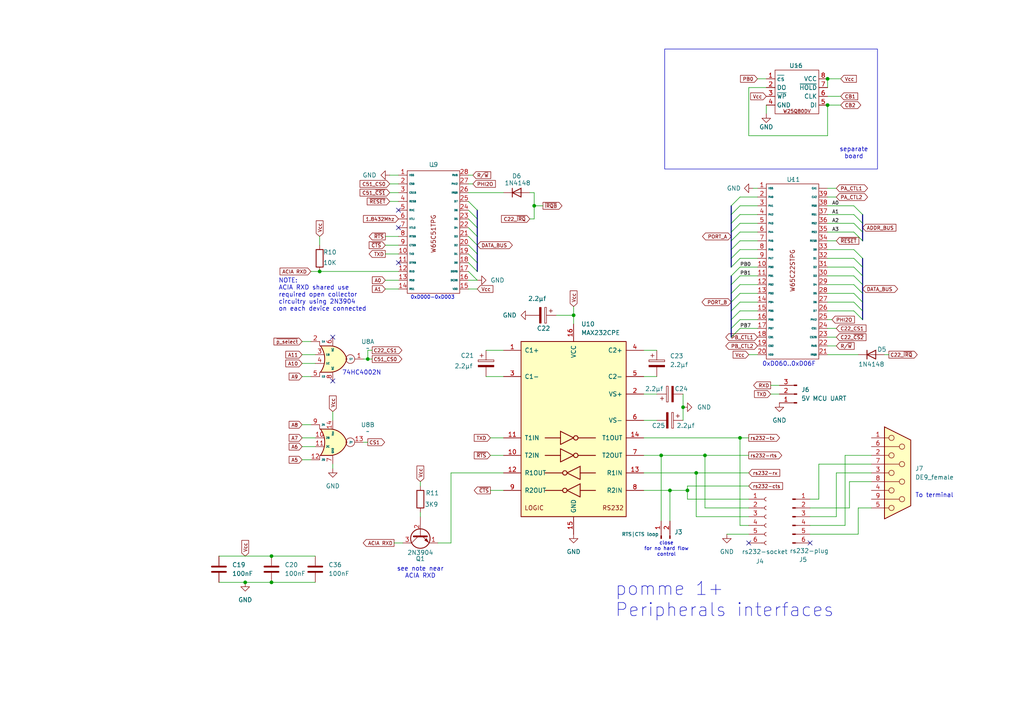
<source format=kicad_sch>
(kicad_sch (version 20231120) (generator "eeschema") (generator_version "8.0")
  (paper "A4")
  (lib_symbols
    (symbol "Connector:Conn_01x02_Pin" (pin_names (offset 1.016) hide)
      (property "Reference" "J" (at 0 2.54 0))
      (property "Value" "Conn_01x02_Pin" (at 0 -5.08 0))
      (symbol "Conn_01x02_Pin_1_1"
        (pin passive line (at 5.08 0 180) (length 3.81) (name "Pin_1") (number "1"))
        (pin passive line (at 5.08 -2.54 180) (length 3.81) (name "Pin_2") (number "2"))
      )
    )
    (symbol "Connector:Conn_01x03_Pin" (pin_names (offset 1.016) hide)
      (property "Reference" "J" (at 0 5.08 0))
      (property "Value" "Conn_01x03_Pin" (at 0 -5.08 0))
      (symbol "Conn_01x03_Pin_1_1"
        (pin passive line (at 5.08 2.54 180) (length 3.81) (name "Pin_1") (number "1"))
        (pin passive line (at 5.08 0 180) (length 3.81) (name "Pin_2") (number "2"))
        (pin passive line (at 5.08 -2.54 180) (length 3.81) (name "Pin_3") (number "3"))
      )
    )
    (symbol "Connector:Conn_01x06_Pin" (pin_names (offset 1.016) hide)
      (property "Reference" "J" (at 0 7.62 0))
      (property "Value" "Conn_01x06_Pin" (at 0 -10.16 0))
      (symbol "Conn_01x06_Pin_1_1"
        (pin passive line (at 5.08 5.08 180) (length 3.81) (name "Pin_1") (number "1"))
        (pin passive line (at 5.08 2.54 180) (length 3.81) (name "Pin_2") (number "2"))
        (pin passive line (at 5.08 0 180) (length 3.81) (name "Pin_3") (number "3"))
        (pin passive line (at 5.08 -2.54 180) (length 3.81) (name "Pin_4") (number "4"))
        (pin passive line (at 5.08 -5.08 180) (length 3.81) (name "Pin_5") (number "5"))
        (pin passive line (at 5.08 -7.62 180) (length 3.81) (name "Pin_6") (number "6"))
      )
    )
    (symbol "Connector:Conn_01x06_Socket" (pin_names (offset 1.016) hide)
      (property "Reference" "J" (at 0 7.62 0))
      (property "Value" "Conn_01x06_Socket" (at 0 -10.16 0))
      (symbol "Conn_01x06_Socket_1_1"
        (pin passive line (at -5.08 5.08 0) (length 3.81) (name "Pin_1") (number "1"))
        (pin passive line (at -5.08 2.54 0) (length 3.81) (name "Pin_2") (number "2"))
        (pin passive line (at -5.08 0 0) (length 3.81) (name "Pin_3") (number "3"))
        (pin passive line (at -5.08 -2.54 0) (length 3.81) (name "Pin_4") (number "4"))
        (pin passive line (at -5.08 -5.08 0) (length 3.81) (name "Pin_5") (number "5"))
        (pin passive line (at -5.08 -7.62 0) (length 3.81) (name "Pin_6") (number "6"))
      )
    )
    (symbol "Connector:DE9_Receptacle" (pin_names (offset 1.016) hide)
      (property "Reference" "J" (at 0 13.97 0))
      (property "Value" "DE9_Receptacle" (at 0 -14.605 0))
      (symbol "DE9_Receptacle_1_1"
        (pin passive line (at -7.62 10.16 0) (length 3.81) (name "1") (number "1"))
        (pin passive line (at -7.62 5.08 0) (length 3.81) (name "2") (number "2"))
        (pin passive line (at -7.62 0 0) (length 3.81) (name "3") (number "3"))
        (pin passive line (at -7.62 -5.08 0) (length 3.81) (name "4") (number "4"))
        (pin passive line (at -7.62 -10.16 0) (length 3.81) (name "5") (number "5"))
        (pin passive line (at -7.62 7.62 0) (length 3.81) (name "6") (number "6"))
        (pin passive line (at -7.62 2.54 0) (length 3.81) (name "7") (number "7"))
        (pin passive line (at -7.62 -2.54 0) (length 3.81) (name "8") (number "8"))
        (pin passive line (at -7.62 -7.62 0) (length 3.81) (name "9") (number "9"))
      )
    )
    (symbol "Device:C" (pin_numbers hide) (pin_names (offset 0.254))
      (property "Reference" "C" (at 0.635 2.54 0))
      (property "Value" "C" (at 0.635 -2.54 0))
      (symbol "C_1_1"
        (pin passive line (at 0 3.81 270) (length 2.794) (name "~") (number "1"))
        (pin passive line (at 0 -3.81 90) (length 2.794) (name "~") (number "2"))
      )
    )
    (symbol "Device:C_Polarized" (pin_numbers hide) (pin_names (offset 0.254))
      (property "Reference" "C" (at 0.635 2.54 0))
      (property "Value" "C_Polarized" (at 0.635 -2.54 0))
      (symbol "C_Polarized_1_1"
        (pin passive line (at 0 3.81 270) (length 2.794) (name "~") (number "1"))
        (pin passive line (at 0 -3.81 90) (length 2.794) (name "~") (number "2"))
      )
    )
    (symbol "Device:R" (pin_numbers hide) (pin_names (offset 0))
      (property "Reference" "R" (at 2.032 0 90))
      (property "Value" "R" (at 0 0 90))
      (symbol "R_1_1"
        (pin passive line (at 0 3.81 270) (length 1.27) (name "~") (number "1"))
        (pin passive line (at 0 -3.81 90) (length 1.27) (name "~") (number "2"))
      )
    )
    (symbol "Diode:1N4148" (pin_numbers hide) (pin_names hide)
      (property "Reference" "D" (at 0 2.54 0))
      (property "Value" "1N4148" (at 0 -2.54 0))
      (symbol "1N4148_1_1"
        (pin passive line (at -3.81 0 0) (length 2.54) (name "K") (number "1"))
        (pin passive line (at 3.81 0 180) (length 2.54) (name "A") (number "2"))
      )
    )
    (symbol "Interface_UART:MAX232" (pin_names (offset 1.016))
      (property "Reference" "U" (at -2.54 28.575 0))
      (property "Value" "MAX232" (at -2.54 26.67 0))
      (symbol "MAX232_0_0"
        (text "LOGIC" (at -11.43 -22.86 0) (effects (font (size 1.27 1.27))))
        (text "RS232" (at 11.43 -22.86 0) (effects (font (size 1.27 1.27))))
      )
      (symbol "MAX232_1_1"
        (pin passive line (at -20.32 22.86 0) (length 5.08) (name "C1+") (number "1"))
        (pin input line (at -20.32 -7.62 0) (length 5.08) (name "T2IN") (number "10"))
        (pin input line (at -20.32 -2.54 0) (length 5.08) (name "T1IN") (number "11"))
        (pin output line (at -20.32 -12.7 0) (length 5.08) (name "R1OUT") (number "12"))
        (pin input line (at 20.32 -12.7 180) (length 5.08) (name "R1IN") (number "13"))
        (pin output line (at 20.32 -2.54 180) (length 5.08) (name "T1OUT") (number "14"))
        (pin power_in line (at 0 -30.48 90) (length 5.08) (name "GND") (number "15"))
        (pin power_in line (at 0 30.48 270) (length 5.08) (name "VCC") (number "16"))
        (pin power_out line (at 20.32 10.16 180) (length 5.08) (name "VS+") (number "2"))
        (pin passive line (at -20.32 15.24 0) (length 5.08) (name "C1-") (number "3"))
        (pin passive line (at 20.32 22.86 180) (length 5.08) (name "C2+") (number "4"))
        (pin passive line (at 20.32 15.24 180) (length 5.08) (name "C2-") (number "5"))
        (pin power_out line (at 20.32 2.54 180) (length 5.08) (name "VS-") (number "6"))
        (pin output line (at 20.32 -7.62 180) (length 5.08) (name "T2OUT") (number "7"))
        (pin input line (at 20.32 -17.78 180) (length 5.08) (name "R2IN") (number "8"))
        (pin output line (at -20.32 -17.78 0) (length 5.08) (name "R2OUT") (number "9"))
      )
    )
    (symbol "Transistor_BJT:2N3904" (pin_names (offset 0) hide)
      (property "Reference" "Q" (at 5.08 1.905 0))
      (property "Value" "2N3904" (at 5.08 0 0))
      (symbol "2N3904_1_1"
        (pin passive line (at 2.54 -5.08 90) (length 2.54) (name "E") (number "1"))
        (pin passive line (at -5.08 0 0) (length 5.715) (name "B") (number "2"))
        (pin passive line (at 2.54 5.08 270) (length 2.54) (name "C") (number "3"))
      )
    )
    (symbol "W25Q80DV:W25Q80DV"
      (property "Reference" "U" (at -0.508 7.62 0))
      (symbol "W25Q80DV_1_1"
        (text "W25Q80DV" (at 0 -5.588 0) (effects (font (size 1.016 1.016))))
        (pin input line (at -8.89 3.81 0) (length 2.54) (name "~{cs}") (number "1"))
        (pin output line (at -8.89 1.27 0) (length 2.54) (name "DO") (number "2"))
        (pin input line (at -8.89 -1.27 0) (length 2.54) (name "~{WP}") (number "3"))
        (pin passive line (at -8.89 -3.81 0) (length 2.54) (name "GND") (number "4"))
        (pin input line (at 8.89 -3.81 180) (length 2.54) (name "DI") (number "5"))
        (pin input line (at 8.89 -1.27 180) (length 2.54) (name "CLK") (number "6"))
        (pin bidirectional line (at 8.89 1.27 180) (length 2.54) (name "~{HOLD}") (number "7"))
        (pin power_in line (at 8.89 3.81 180) (length 2.54) (name "VCC") (number "8"))
      )
    )
    (symbol "W65Cxx:W65C22STPG"
      (property "Reference" "U" (at -1.016 26.924 0))
      (symbol "W65C22STPG_1_1"
        (text "W65C22STPG" (at 0 0.254 900) (effects (font (size 1.27 1.27))))
        (pin input line (at 10.16 24.13 180) (length 2.54) (name "CA1") (number ""))
        (pin power_in line (at -10.16 24.13 0) (length 2.54) (name "VSS") (number "1"))
        (pin bidirectional line (at -10.16 1.27 0) (length 2.54) (name "PB0") (number "10"))
        (pin bidirectional line (at -10.16 -1.27 0) (length 2.54) (name "PB1") (number "11"))
        (pin bidirectional line (at -10.16 -3.81 0) (length 2.54) (name "PB2") (number "12"))
        (pin bidirectional line (at -10.16 -6.35 0) (length 2.54) (name "PB3") (number "13"))
        (pin bidirectional line (at -10.16 -8.89 0) (length 2.54) (name "PB4") (number "14"))
        (pin bidirectional line (at -10.16 -11.43 0) (length 2.54) (name "PB5") (number "15"))
        (pin bidirectional line (at -10.16 -13.97 0) (length 2.54) (name "PB6") (number "16"))
        (pin bidirectional line (at -10.16 -16.51 0) (length 2.54) (name "PB7") (number "17"))
        (pin bidirectional line (at -10.16 -19.05 0) (length 2.54) (name "CB1") (number "18"))
        (pin bidirectional line (at -10.16 -21.59 0) (length 2.54) (name "CB2") (number "19"))
        (pin bidirectional line (at -10.16 21.59 0) (length 2.54) (name "PA0") (number "2"))
        (pin power_in line (at -10.16 -24.13 0) (length 2.54) (name "VDD") (number "20"))
        (pin output line (at 10.16 -24.13 180) (length 2.54) (name "IRQB") (number "21"))
        (pin input line (at 10.16 -21.59 180) (length 2.54) (name "RWB") (number "22"))
        (pin input line (at 10.16 -19.05 180) (length 2.54) (name "CS2B") (number "23"))
        (pin input line (at 10.16 -16.51 180) (length 2.54) (name "CS1") (number "24"))
        (pin input line (at 10.16 -13.97 180) (length 2.54) (name "PHI2") (number "25"))
        (pin bidirectional line (at 10.16 -11.43 180) (length 2.54) (name "D7") (number "26"))
        (pin bidirectional line (at 10.16 -8.89 180) (length 2.54) (name "D6") (number "27"))
        (pin bidirectional line (at 10.16 -6.35 180) (length 2.54) (name "D5") (number "28"))
        (pin bidirectional line (at 10.16 -3.81 180) (length 2.54) (name "D4") (number "29"))
        (pin bidirectional line (at -10.16 19.05 0) (length 2.54) (name "PA1") (number "3"))
        (pin bidirectional line (at 10.16 -1.27 180) (length 2.54) (name "D3") (number "30"))
        (pin bidirectional line (at 10.16 1.27 180) (length 2.54) (name "D2") (number "31"))
        (pin bidirectional line (at 10.16 3.81 180) (length 2.54) (name "D1") (number "32"))
        (pin bidirectional line (at 10.16 6.35 180) (length 2.54) (name "D0") (number "33"))
        (pin input line (at 10.16 8.89 180) (length 2.54) (name "RESB") (number "34"))
        (pin input line (at 10.16 11.43 180) (length 2.54) (name "RS3") (number "35"))
        (pin input line (at 10.16 13.97 180) (length 2.54) (name "RS2") (number "36"))
        (pin input line (at 10.16 16.51 180) (length 2.54) (name "RS1") (number "37"))
        (pin input line (at 10.16 19.05 180) (length 2.54) (name "RS0") (number "38"))
        (pin bidirectional line (at 10.16 21.59 180) (length 2.54) (name "CA2") (number "39"))
        (pin bidirectional line (at -10.16 16.51 0) (length 2.54) (name "PA2") (number "4"))
        (pin bidirectional line (at -10.16 13.97 0) (length 2.54) (name "PA3") (number "5"))
        (pin bidirectional line (at -10.16 11.43 0) (length 2.54) (name "PA4") (number "6"))
        (pin bidirectional line (at -10.16 8.89 0) (length 2.54) (name "PA5") (number "7"))
        (pin bidirectional line (at -10.16 6.35 0) (length 2.54) (name "PA6") (number "8"))
        (pin bidirectional line (at -10.16 3.81 0) (length 2.54) (name "PA7") (number "9"))
      )
    )
    (symbol "W65Cxx:W65C51STPG"
      (property "Reference" "U" (at -1.27 18.796 0))
      (symbol "W65C51STPG_1_1"
        (text "W65C51TPG" (at 0 -0.508 900) (effects (font (size 1.27 1.27))))
        (pin power_in line (at -10.16 16.51 0) (length 2.54) (name "VSS") (number "1"))
        (pin output line (at -10.16 -6.35 0) (length 2.54) (name "TXD") (number "10"))
        (pin output line (at -10.16 -8.89 0) (length 2.54) (name "DTRB") (number "11"))
        (pin input line (at -10.16 -11.43 0) (length 2.54) (name "RXD") (number "12"))
        (pin input line (at -10.16 -13.97 0) (length 2.54) (name "RS0") (number "13"))
        (pin input line (at -10.16 -16.51 0) (length 2.54) (name "RS1") (number "14"))
        (pin power_in line (at 10.16 -16.51 180) (length 2.54) (name "VDD") (number "15"))
        (pin input line (at 10.16 -13.97 180) (length 2.54) (name "DCDB") (number "16"))
        (pin input line (at 10.16 -11.43 180) (length 2.54) (name "DSRB") (number "17"))
        (pin bidirectional line (at 10.16 -8.89 180) (length 2.54) (name "D0") (number "18"))
        (pin bidirectional line (at 10.16 -6.35 180) (length 2.54) (name "D1") (number "19"))
        (pin input line (at -10.16 13.97 0) (length 2.54) (name "CS0") (number "2"))
        (pin bidirectional line (at 10.16 -3.81 180) (length 2.54) (name "D2") (number "20"))
        (pin bidirectional line (at 10.16 -1.27 180) (length 2.54) (name "D3") (number "21"))
        (pin bidirectional line (at 10.16 1.27 180) (length 2.54) (name "D4") (number "22"))
        (pin bidirectional line (at 10.16 3.81 180) (length 2.54) (name "D5") (number "23"))
        (pin bidirectional line (at 10.16 6.35 180) (length 2.54) (name "D6") (number "24"))
        (pin bidirectional line (at 10.16 8.89 180) (length 2.54) (name "D7") (number "25"))
        (pin output line (at 10.16 11.43 180) (length 2.54) (name "IRQB") (number "26"))
        (pin input line (at 10.16 13.97 180) (length 2.54) (name "PHI2") (number "27"))
        (pin input line (at 10.16 16.51 180) (length 2.54) (name "RWB") (number "28"))
        (pin input line (at -10.16 11.43 0) (length 2.54) (name "CS1B") (number "3"))
        (pin input line (at -10.16 8.89 0) (length 2.54) (name "RESB") (number "4"))
        (pin bidirectional line (at -10.16 6.35 0) (length 2.54) (name "RXC") (number "5"))
        (pin input line (at -10.16 3.81 0) (length 2.54) (name "XTLI") (number "6"))
        (pin output line (at -10.16 1.27 0) (length 2.54) (name "XTLO") (number "7"))
        (pin output line (at -10.16 -1.27 0) (length 2.54) (name "RTSB") (number "8"))
        (pin input line (at -10.16 -3.81 0) (length 2.54) (name "CTSB") (number "9"))
      )
    )
    (symbol "logic_gate:CD74HC4002"
      (property "Reference" "U" (at -0.762 7.62 0))
      (symbol "CD74HC4002_1_1"
        (pin output line (at 8.89 7.62 180) (length 2.54) (name "1Y") (number "1"))
        (pin input line (at -6.35 12.7 0) (length 2.54) (name "1A") (number "2"))
        (pin input line (at -5.08 8.89 0) (length 2.54) (name "1B") (number "3"))
        (pin input line (at -5.08 6.35 0) (length 2.54) (name "1C") (number "4"))
        (pin input line (at -6.35 2.54 0) (length 2.54) (name "1D") (number "5"))
        (pin free line (at 0 13.97 270) (length 2.54) (name "NC") (number "6"))
        (pin free line (at 0 1.27 90) (length 2.54) (name "NC") (number "8"))
      )
      (symbol "CD74HC4002_2_1"
        (pin input line (at -5.08 -10.16 0) (length 2.54) (name "2B") (number "10"))
        (pin input line (at -5.08 -12.7 0) (length 2.54) (name "2C") (number "11"))
        (pin input line (at -6.35 -16.51 0) (length 2.54) (name "2D") (number "12"))
        (pin output line (at 8.89 -11.43 180) (length 2.54) (name "2Y") (number "13"))
        (pin power_in line (at 0 -5.08 270) (length 2.54) (name "Vcc") (number "14"))
        (pin power_in line (at 0 -17.78 90) (length 2.54) (name "GND") (number "7"))
        (pin input line (at -6.35 -6.35 0) (length 2.54) (name "2A") (number "9"))
      )
    )
    (symbol "power:GND" (power) (pin_numbers hide) (pin_names (offset 0) hide)
      (property "Value" "GND" (at 0 -3.81 0))
      (symbol "GND_1_1"
        (pin power_in line (at 0 0 270) (length 0) (name "~") (number "1"))
      )
    )
  )
  (junction (at 78.74 168.91))
  (junction (at 194.31 142.24))
  (junction (at 201.93 137.16))
  (junction (at 191.77 132.08))
  (junction (at 154.94 59.69))
  (junction (at 199.39 142.24))
  (junction (at 204.47 132.08))
  (junction (at 240.03 22.86))
  (junction (at 214.63 127))
  (junction (at 92.71 78.74))
  (junction (at 166.37 91.44))
  (junction (at 198.12 118.11))
  (junction (at 71.12 168.91))
  (junction (at 240.03 30.48))
  (junction (at 106.68 104.14))
  (junction (at 78.74 161.29))
  (no_connect (at 234.95 157.48))
  (no_connect (at 115.57 76.2))
  (no_connect (at 96.52 110.49))
  (no_connect (at 96.52 97.79))
  (no_connect (at 115.57 66.04))
  (no_connect (at 115.57 60.96))
  (no_connect (at 217.17 157.48))
  (bus_entry (at 247.65 62.23) (size 2.54 2.54))
  (bus_entry (at 135.89 68.58) (size 2.54 2.54))
  (bus_entry (at 212.09 82.55) (size 2.54 -2.54))
  (bus_entry (at 212.09 59.69) (size 2.54 -2.54))
  (bus_entry (at 135.89 63.5) (size 2.54 2.54))
  (bus_entry (at 212.09 80.01) (size 2.54 -2.54))
  (bus_entry (at 212.09 74.93) (size 2.54 -2.54))
  (bus_entry (at 135.89 78.74) (size 2.54 2.54))
  (bus_entry (at 247.65 77.47) (size 2.54 2.54))
  (bus_entry (at 212.09 97.79) (size 2.54 -2.54))
  (bus_entry (at 135.89 76.2) (size 2.54 2.54))
  (bus_entry (at 212.09 69.85) (size 2.54 -2.54))
  (bus_entry (at 135.89 73.66) (size 2.54 2.54))
  (bus_entry (at 135.89 60.96) (size 2.54 2.54))
  (bus_entry (at 247.65 85.09) (size 2.54 2.54))
  (bus_entry (at 212.09 62.23) (size 2.54 -2.54))
  (bus_entry (at 135.89 58.42) (size 2.54 2.54))
  (bus_entry (at 247.65 67.31) (size 2.54 2.54))
  (bus_entry (at 247.65 74.93) (size 2.54 2.54))
  (bus_entry (at 212.09 95.25) (size 2.54 -2.54))
  (bus_entry (at 212.09 90.17) (size 2.54 -2.54))
  (bus_entry (at 247.65 59.69) (size 2.54 2.54))
  (bus_entry (at 247.65 82.55) (size 2.54 2.54))
  (bus_entry (at 135.89 66.04) (size 2.54 2.54))
  (bus_entry (at 135.89 71.12) (size 2.54 2.54))
  (bus_entry (at 247.65 87.63) (size 2.54 2.54))
  (bus_entry (at 212.09 64.77) (size 2.54 -2.54))
  (bus_entry (at 247.65 90.17) (size 2.54 2.54))
  (bus_entry (at 212.09 87.63) (size 2.54 -2.54))
  (bus_entry (at 247.65 72.39) (size 2.54 2.54))
  (bus_entry (at 212.09 77.47) (size 2.54 -2.54))
  (bus_entry (at 212.09 72.39) (size 2.54 -2.54))
  (bus_entry (at 212.09 85.09) (size 2.54 -2.54))
  (bus_entry (at 247.65 64.77) (size 2.54 2.54))
  (bus_entry (at 212.09 92.71) (size 2.54 -2.54))
  (bus_entry (at 247.65 80.01) (size 2.54 2.54))
  (bus_entry (at 212.09 67.31) (size 2.54 -2.54))
  (wire (pts (xy 63.5 161.29) (xy 78.74 161.29)))
  (wire (pts (xy 214.63 72.39) (xy 219.71 72.39)))
  (wire (pts (xy 186.69 121.92) (xy 190.5 121.92)))
  (wire (pts (xy 217.17 152.4) (xy 214.63 152.4)))
  (wire (pts (xy 114.3 157.48) (xy 116.84 157.48)))
  (wire (pts (xy 130.81 137.16) (xy 146.05 137.16)))
  (wire (pts (xy 113.03 58.42) (xy 115.57 58.42)))
  (wire (pts (xy 87.63 99.06) (xy 90.17 99.06)))
  (wire (pts (xy 240.03 22.86) (xy 240.03 25.4)))
  (wire (pts (xy 154.94 59.69) (xy 157.48 59.69)))
  (wire (pts (xy 214.63 67.31) (xy 219.71 67.31)))
  (wire (pts (xy 194.31 142.24) (xy 199.39 142.24)))
  (bus (pts (xy 250.19 77.47) (xy 250.19 80.01)))
  (bus (pts (xy 212.09 74.93) (xy 212.09 77.47)))
  (wire (pts (xy 240.03 92.71) (xy 241.3 92.71)))
  (bus (pts (xy 250.19 74.93) (xy 250.19 77.47)))
  (wire (pts (xy 199.39 144.78) (xy 217.17 144.78)))
  (wire (pts (xy 234.95 152.4) (xy 245.11 152.4)))
  (wire (pts (xy 87.63 133.35) (xy 90.17 133.35)))
  (wire (pts (xy 87.63 123.19) (xy 90.17 123.19)))
  (wire (pts (xy 245.11 152.4) (xy 245.11 132.08)))
  (bus (pts (xy 212.09 64.77) (xy 212.09 67.31)))
  (wire (pts (xy 237.49 144.78) (xy 234.95 144.78)))
  (bus (pts (xy 212.09 72.39) (xy 212.09 74.93)))
  (wire (pts (xy 186.69 142.24) (xy 194.31 142.24)))
  (wire (pts (xy 140.97 109.22) (xy 146.05 109.22)))
  (bus (pts (xy 138.43 73.66) (xy 138.43 76.2)))
  (bus (pts (xy 250.19 90.17) (xy 250.19 92.71)))
  (wire (pts (xy 252.73 147.32) (xy 248.92 147.32)))
  (wire (pts (xy 240.03 82.55) (xy 247.65 82.55)))
  (bus (pts (xy 250.19 87.63) (xy 250.19 90.17)))
  (wire (pts (xy 106.68 104.14) (xy 107.95 104.14)))
  (wire (pts (xy 218.44 54.61) (xy 219.71 54.61)))
  (wire (pts (xy 90.17 78.74) (xy 92.71 78.74)))
  (wire (pts (xy 240.03 69.85) (xy 242.57 69.85)))
  (wire (pts (xy 242.57 137.16) (xy 252.73 137.16)))
  (wire (pts (xy 240.03 22.86) (xy 243.84 22.86)))
  (wire (pts (xy 130.81 157.48) (xy 130.81 137.16)))
  (wire (pts (xy 186.69 101.6) (xy 190.5 101.6)))
  (wire (pts (xy 92.71 68.58) (xy 92.71 71.12)))
  (bus (pts (xy 212.09 85.09) (xy 212.09 87.63)))
  (wire (pts (xy 111.76 68.58) (xy 115.57 68.58)))
  (wire (pts (xy 111.76 81.28) (xy 115.57 81.28)))
  (wire (pts (xy 111.76 73.66) (xy 115.57 73.66)))
  (bus (pts (xy 250.19 85.09) (xy 250.19 87.63)))
  (wire (pts (xy 135.89 83.82) (xy 138.43 83.82)))
  (wire (pts (xy 113.03 50.8) (xy 115.57 50.8)))
  (wire (pts (xy 240.03 59.69) (xy 247.65 59.69)))
  (wire (pts (xy 166.37 91.44) (xy 166.37 93.98)))
  (wire (pts (xy 214.63 64.77) (xy 219.71 64.77)))
  (wire (pts (xy 240.03 80.01) (xy 247.65 80.01)))
  (wire (pts (xy 240.03 57.15) (xy 242.57 57.15)))
  (wire (pts (xy 87.63 109.22) (xy 90.17 109.22)))
  (wire (pts (xy 240.03 85.09) (xy 247.65 85.09)))
  (wire (pts (xy 242.57 137.16) (xy 242.57 149.86)))
  (bus (pts (xy 250.19 67.31) (xy 250.19 69.85)))
  (wire (pts (xy 78.74 161.29) (xy 91.44 161.29)))
  (wire (pts (xy 214.63 95.25) (xy 219.71 95.25)))
  (wire (pts (xy 214.63 92.71) (xy 219.71 92.71)))
  (wire (pts (xy 219.71 22.86) (xy 222.25 22.86)))
  (wire (pts (xy 240.03 74.93) (xy 247.65 74.93)))
  (wire (pts (xy 186.69 114.3) (xy 190.5 114.3)))
  (wire (pts (xy 214.63 59.69) (xy 219.71 59.69)))
  (wire (pts (xy 240.03 72.39) (xy 247.65 72.39)))
  (wire (pts (xy 87.63 127) (xy 91.44 127)))
  (wire (pts (xy 217.17 39.37) (xy 240.03 39.37)))
  (wire (pts (xy 153.67 55.88) (xy 154.94 55.88)))
  (wire (pts (xy 87.63 105.41) (xy 91.44 105.41)))
  (wire (pts (xy 96.52 119.38) (xy 96.52 121.92)))
  (bus (pts (xy 250.19 64.77) (xy 250.19 67.31)))
  (wire (pts (xy 245.11 132.08) (xy 252.73 132.08)))
  (wire (pts (xy 248.92 147.32) (xy 248.92 154.94)))
  (wire (pts (xy 113.03 53.34) (xy 115.57 53.34)))
  (wire (pts (xy 135.89 53.34) (xy 137.16 53.34)))
  (wire (pts (xy 199.39 142.24) (xy 199.39 144.78)))
  (wire (pts (xy 214.63 90.17) (xy 219.71 90.17)))
  (wire (pts (xy 217.17 102.87) (xy 219.71 102.87)))
  (wire (pts (xy 135.89 81.28) (xy 138.43 81.28)))
  (bus (pts (xy 212.09 87.63) (xy 212.09 90.17)))
  (wire (pts (xy 217.17 140.97) (xy 199.39 140.97)))
  (wire (pts (xy 87.63 102.87) (xy 91.44 102.87)))
  (bus (pts (xy 138.43 76.2) (xy 138.43 78.74)))
  (wire (pts (xy 214.63 69.85) (xy 219.71 69.85)))
  (wire (pts (xy 240.03 27.94) (xy 243.84 27.94)))
  (wire (pts (xy 201.93 137.16) (xy 217.17 137.16)))
  (bus (pts (xy 250.19 62.23) (xy 250.19 64.77)))
  (wire (pts (xy 87.63 129.54) (xy 91.44 129.54)))
  (bus (pts (xy 138.43 66.04) (xy 138.43 68.58)))
  (wire (pts (xy 214.63 74.93) (xy 219.71 74.93)))
  (wire (pts (xy 194.31 142.24) (xy 194.31 151.13)))
  (wire (pts (xy 135.89 50.8) (xy 137.16 50.8)))
  (wire (pts (xy 121.92 148.59) (xy 121.92 149.86)))
  (wire (pts (xy 106.68 101.6) (xy 106.68 104.14)))
  (wire (pts (xy 240.03 95.25) (xy 242.57 95.25)))
  (wire (pts (xy 121.92 139.7) (xy 121.92 140.97)))
  (wire (pts (xy 161.29 91.44) (xy 166.37 91.44)))
  (wire (pts (xy 135.89 55.88) (xy 146.05 55.88)))
  (wire (pts (xy 204.47 132.08) (xy 204.47 147.32)))
  (wire (pts (xy 240.03 62.23) (xy 247.65 62.23)))
  (wire (pts (xy 214.63 80.01) (xy 219.71 80.01)))
  (wire (pts (xy 92.71 78.74) (xy 115.57 78.74)))
  (bus (pts (xy 212.09 69.85) (xy 212.09 72.39)))
  (wire (pts (xy 198.12 114.3) (xy 198.12 118.11)))
  (wire (pts (xy 237.49 134.62) (xy 237.49 144.78)))
  (wire (pts (xy 204.47 132.08) (xy 217.17 132.08)))
  (wire (pts (xy 78.74 168.91) (xy 91.44 168.91)))
  (wire (pts (xy 214.63 82.55) (xy 219.71 82.55)))
  (wire (pts (xy 240.03 97.79) (xy 242.57 97.79)))
  (wire (pts (xy 222.25 30.48) (xy 222.25 33.02)))
  (bus (pts (xy 138.43 63.5) (xy 138.43 66.04)))
  (wire (pts (xy 252.73 134.62) (xy 237.49 134.62)))
  (wire (pts (xy 204.47 147.32) (xy 217.17 147.32)))
  (bus (pts (xy 138.43 60.96) (xy 138.43 63.5)))
  (wire (pts (xy 153.67 63.5) (xy 154.94 63.5)))
  (bus (pts (xy 212.09 59.69) (xy 212.09 62.23)))
  (wire (pts (xy 105.41 128.27) (xy 106.68 128.27)))
  (bus (pts (xy 138.43 68.58) (xy 138.43 71.12)))
  (wire (pts (xy 198.12 118.11) (xy 198.12 121.92)))
  (bus (pts (xy 212.09 80.01) (xy 212.09 82.55)))
  (wire (pts (xy 199.39 140.97) (xy 199.39 142.24)))
  (wire (pts (xy 186.69 109.22) (xy 190.5 109.22)))
  (bus (pts (xy 212.09 62.23) (xy 212.09 64.77)))
  (wire (pts (xy 214.63 152.4) (xy 214.63 127)))
  (wire (pts (xy 113.03 55.88) (xy 115.57 55.88)))
  (wire (pts (xy 240.03 102.87) (xy 248.92 102.87)))
  (bus (pts (xy 212.09 95.25) (xy 212.09 97.79)))
  (wire (pts (xy 107.95 101.6) (xy 106.68 101.6)))
  (wire (pts (xy 223.52 111.76) (xy 226.06 111.76)))
  (wire (pts (xy 256.54 102.87) (xy 257.81 102.87)))
  (wire (pts (xy 63.5 168.91) (xy 71.12 168.91)))
  (wire (pts (xy 71.12 168.91) (xy 78.74 168.91)))
  (wire (pts (xy 186.69 137.16) (xy 201.93 137.16)))
  (wire (pts (xy 96.52 134.62) (xy 96.52 135.89)))
  (wire (pts (xy 201.93 137.16) (xy 201.93 149.86)))
  (wire (pts (xy 154.94 59.69) (xy 154.94 63.5)))
  (wire (pts (xy 246.38 139.7) (xy 246.38 147.32)))
  (wire (pts (xy 240.03 67.31) (xy 247.65 67.31)))
  (wire (pts (xy 240.03 90.17) (xy 247.65 90.17)))
  (wire (pts (xy 217.17 25.4) (xy 217.17 39.37)))
  (wire (pts (xy 140.97 101.6) (xy 146.05 101.6)))
  (wire (pts (xy 242.57 149.86) (xy 234.95 149.86)))
  (wire (pts (xy 191.77 132.08) (xy 191.77 151.13)))
  (wire (pts (xy 186.69 132.08) (xy 191.77 132.08)))
  (wire (pts (xy 214.63 77.47) (xy 219.71 77.47)))
  (bus (pts (xy 250.19 82.55) (xy 250.19 85.09)))
  (wire (pts (xy 214.63 85.09) (xy 219.71 85.09)))
  (wire (pts (xy 240.03 77.47) (xy 247.65 77.47)))
  (bus (pts (xy 212.09 67.31) (xy 212.09 69.85)))
  (wire (pts (xy 166.37 88.9) (xy 166.37 91.44)))
  (wire (pts (xy 111.76 71.12) (xy 115.57 71.12)))
  (wire (pts (xy 142.24 142.24) (xy 146.05 142.24)))
  (wire (pts (xy 240.03 100.33) (xy 242.57 100.33)))
  (wire (pts (xy 186.69 127) (xy 214.63 127)))
  (wire (pts (xy 240.03 54.61) (xy 242.57 54.61)))
  (wire (pts (xy 191.77 132.08) (xy 204.47 132.08)))
  (wire (pts (xy 240.03 30.48) (xy 243.84 30.48)))
  (wire (pts (xy 240.03 39.37) (xy 240.03 30.48)))
  (wire (pts (xy 111.76 83.82) (xy 115.57 83.82)))
  (wire (pts (xy 214.63 87.63) (xy 219.71 87.63)))
  (wire (pts (xy 246.38 147.32) (xy 234.95 147.32)))
  (bus (pts (xy 212.09 90.17) (xy 212.09 92.71)))
  (wire (pts (xy 142.24 132.08) (xy 146.05 132.08)))
  (bus (pts (xy 250.19 80.01) (xy 250.19 82.55)))
  (wire (pts (xy 222.25 25.4) (xy 217.17 25.4)))
  (wire (pts (xy 240.03 64.77) (xy 247.65 64.77)))
  (wire (pts (xy 214.63 57.15) (xy 219.71 57.15)))
  (wire (pts (xy 252.73 139.7) (xy 246.38 139.7)))
  (wire (pts (xy 154.94 55.88) (xy 154.94 59.69)))
  (bus (pts (xy 212.09 92.71) (xy 212.09 95.25)))
  (wire (pts (xy 223.52 114.3) (xy 226.06 114.3)))
  (wire (pts (xy 201.93 149.86) (xy 217.17 149.86)))
  (bus (pts (xy 212.09 82.55) (xy 212.09 85.09)))
  (wire (pts (xy 210.82 154.94) (xy 217.17 154.94)))
  (wire (pts (xy 105.41 104.14) (xy 106.68 104.14)))
  (wire (pts (xy 248.92 154.94) (xy 234.95 154.94)))
  (wire (pts (xy 127 157.48) (xy 130.81 157.48)))
  (wire (pts (xy 240.03 87.63) (xy 247.65 87.63)))
  (wire (pts (xy 214.63 62.23) (xy 219.71 62.23)))
  (wire (pts (xy 142.24 127) (xy 146.05 127)))
  (wire (pts (xy 214.63 127) (xy 217.17 127)))
  (bus (pts (xy 138.43 71.12) (xy 138.43 73.66)))
  (rectangle (start 192.786 14.224) (end 254.508 49.022))
  (text "separate\nboard" (at 247.65 44.45 0) (effects (font (size 1.27 1.27))))
  (text "see note near\nACIA RXD" (at 121.92 166.116 0) (effects (font (size 1.27 1.27))))
  (text "0xD060..0xD06F\n" (at 228.854 105.664 0) (effects (font (size 1.27 1.27))))
  (text "close\nfor no hard flow\ncontrol" (at 193.294 159.258 0) (effects (font (size 1.016 1.016))))
  (text "To terminal" (at 271.018 143.764 0) (effects (font (size 1.27 1.27))))
  (text "74HC4002N" (at 104.902 108.204 0) (effects (font (size 1.27 1.27))))
  (text "0xD000-0xD003" (at 125.476 86.36 0) (effects (font (size 1.016 1.016))))
  (text "NOTE:\nACIA RXD shared use\nrequired open collector \ncircuitry using 2N3904\non each device connected\n" (at 80.772 85.598 0) (effects (font (size 1.27 1.27)) (justify left)))
  (text "pomme 1+\nPeripherals interfaces\n" (at 178.308 173.99 0) (effects (font (size 3.81 3.81)) (justify left)))
  (label "A1" (at 241.3 62.23 0) (effects (font (size 1.016 1.016))))
  (label "PB0" (at 214.63 77.47 0) (effects (font (size 1.016 1.016))))
  (label "A2" (at 241.3 64.77 0) (effects (font (size 1.016 1.016))))
  (label "A0" (at 241.3 59.69 0) (effects (font (size 1.016 1.016))))
  (label "A3" (at 241.3 67.31 0) (effects (font (size 1.016 1.016))))
  (label "PB7" (at 214.63 95.25 0) (effects (font (size 1.016 1.016))))
  (label "PB1" (at 214.63 80.01 0) (effects (font (size 1.016 1.016))))
  (global_label "TXD" (shape input) (at 142.24 127 180) (effects (font (size 1.016 1.016))) (property "Intersheetrefs" "${INTERSHEET_REFS}" (effects (hide yes))))
  (global_label "Vcc" (shape input) (at 96.52 119.38 90) (effects (font (size 1.016 1.016))) (property "Intersheetrefs" "${INTERSHEET_REFS}" (effects (hide yes))))
  (global_label "PB_CTL2" (shape bidirectional) (at 219.71 100.33 180) (effects (font (size 1.016 1.016))) (property "Intersheetrefs" "${INTERSHEET_REFS}" (effects (hide yes))))
  (global_label "rs232-rx" (shape input) (at 217.17 137.16 0) (effects (font (size 1.016 1.016))) (property "Intersheetrefs" "${INTERSHEET_REFS}" (effects (hide yes))))
  (global_label "A6" (shape input) (at 87.63 129.54 180) (effects (font (size 1.016 1.016))) (property "Intersheetrefs" "${INTERSHEET_REFS}" (effects (hide yes))))
  (global_label "A7" (shape input) (at 87.63 127 180) (effects (font (size 1.016 1.016))) (property "Intersheetrefs" "${INTERSHEET_REFS}" (effects (hide yes))))
  (global_label "1.8432Mhz" (shape input) (at 115.57 63.5 180) (effects (font (size 1.016 1.016))) (property "Intersheetrefs" "${INTERSHEET_REFS}" (effects (hide yes))))
  (global_label "PHI2O" (shape input) (at 241.3 92.71 0) (effects (font (size 1.016 1.016))) (property "Intersheetrefs" "${INTERSHEET_REFS}" (effects (hide yes))))
  (global_label "~{RTS}" (shape output) (at 111.76 68.58 180) (effects (font (size 1.016 1.016))) (property "Intersheetrefs" "${INTERSHEET_REFS}" (effects (hide yes))))
  (global_label "Vcc" (shape input) (at 222.25 27.94 180) (effects (font (size 1.016 1.016))) (property "Intersheetrefs" "${INTERSHEET_REFS}" (effects (hide yes))))
  (global_label "TXD" (shape output) (at 111.76 73.66 180) (effects (font (size 1.016 1.016))) (property "Intersheetrefs" "${INTERSHEET_REFS}" (effects (hide yes))))
  (global_label "~{RESET}" (shape input) (at 113.03 58.42 180) (effects (font (size 1.016 1.016))) (property "Intersheetrefs" "${INTERSHEET_REFS}" (effects (hide yes))))
  (global_label "Vcc" (shape input) (at 138.43 83.82 0) (effects (font (size 1.016 1.016))) (property "Intersheetrefs" "${INTERSHEET_REFS}" (effects (hide yes))))
  (global_label "rs232-cts" (shape input) (at 217.17 140.97 0) (effects (font (size 1.016 1.016))) (property "Intersheetrefs" "${INTERSHEET_REFS}" (effects (hide yes))))
  (global_label "DATA_BUS" (shape bidirectional) (at 250.19 83.82 0) (effects (font (size 1.016 1.016))) (property "Intersheetrefs" "${INTERSHEET_REFS}" (effects (hide yes))))
  (global_label "R{slash}~{W}" (shape input) (at 137.16 50.8 0) (effects (font (size 1.016 1.016))) (property "Intersheetrefs" "${INTERSHEET_REFS}" (effects (hide yes))))
  (global_label "Vcc" (shape input) (at 92.71 68.58 90) (effects (font (size 1.016 1.016))) (property "Intersheetrefs" "${INTERSHEET_REFS}" (effects (hide yes))))
  (global_label "~{CTS}" (shape output) (at 142.24 142.24 180) (effects (font (size 1.016 1.016))) (property "Intersheetrefs" "${INTERSHEET_REFS}" (effects (hide yes))))
  (global_label "ACIA RXD" (shape input) (at 90.17 78.74 180) (effects (font (size 1.016 1.016))) (property "Intersheetrefs" "${INTERSHEET_REFS}" (effects (hide yes))))
  (global_label "PORT_A" (shape bidirectional) (at 212.09 68.58 180) (effects (font (size 1.016 1.016))) (property "Intersheetrefs" "${INTERSHEET_REFS}" (effects (hide yes))))
  (global_label "C51_CS0" (shape output) (at 107.95 104.14 0) (effects (font (size 1.016 1.016))) (property "Intersheetrefs" "${INTERSHEET_REFS}" (effects (hide yes))))
  (global_label "DATA_BUS" (shape bidirectional) (at 138.43 71.12 0) (effects (font (size 1.016 1.016))) (property "Intersheetrefs" "${INTERSHEET_REFS}" (effects (hide yes))))
  (global_label "~{p_select}" (shape input) (at 87.63 99.06 180) (effects (font (size 1.016 1.016))) (property "Intersheetrefs" "${INTERSHEET_REFS}" (effects (hide yes))))
  (global_label "~{RTS}" (shape input) (at 142.24 132.08 180) (effects (font (size 1.016 1.016))) (property "Intersheetrefs" "${INTERSHEET_REFS}" (effects (hide yes))))
  (global_label "A8" (shape input) (at 87.63 123.19 180) (effects (font (size 1.016 1.016))) (property "Intersheetrefs" "${INTERSHEET_REFS}" (effects (hide yes))))
  (global_label "A9" (shape input) (at 87.63 109.22 180) (effects (font (size 1.016 1.016))) (property "Intersheetrefs" "${INTERSHEET_REFS}" (effects (hide yes))))
  (global_label "C51_~{CS1}" (shape input) (at 113.03 55.88 180) (effects (font (size 1.016 1.016))) (property "Intersheetrefs" "${INTERSHEET_REFS}" (effects (hide yes))))
  (global_label "Vcc" (shape input) (at 243.84 22.86 0) (effects (font (size 1.016 1.016))) (property "Intersheetrefs" "${INTERSHEET_REFS}" (effects (hide yes))))
  (global_label "C22_~{CS2}" (shape input) (at 242.57 97.79 0) (effects (font (size 1.016 1.016))) (property "Intersheetrefs" "${INTERSHEET_REFS}" (effects (hide yes))))
  (global_label "R{slash}~{W}" (shape input) (at 242.57 100.33 0) (effects (font (size 1.016 1.016))) (property "Intersheetrefs" "${INTERSHEET_REFS}" (effects (hide yes))))
  (global_label "C22_CS1" (shape input) (at 242.57 95.25 0) (effects (font (size 1.016 1.016))) (property "Intersheetrefs" "${INTERSHEET_REFS}" (effects (hide yes))))
  (global_label "PA_CTL1" (shape bidirectional) (at 242.57 54.61 0) (effects (font (size 1.016 1.016))) (property "Intersheetrefs" "${INTERSHEET_REFS}" (effects (hide yes))))
  (global_label "CS1" (shape output) (at 106.68 128.27 0) (effects (font (size 1.016 1.016))) (property "Intersheetrefs" "${INTERSHEET_REFS}" (effects (hide yes))))
  (global_label "Vcc" (shape input) (at 71.12 161.29 90) (effects (font (size 1.016 1.016))) (property "Intersheetrefs" "${INTERSHEET_REFS}" (effects (hide yes))))
  (global_label "C22_~{IRQ}" (shape input) (at 153.67 63.5 180) (effects (font (size 1.016 1.016))) (property "Intersheetrefs" "${INTERSHEET_REFS}" (effects (hide yes))))
  (global_label "~{IRQB}" (shape output) (at 157.48 59.69 0) (effects (font (size 1.016 1.016))) (property "Intersheetrefs" "${INTERSHEET_REFS}" (effects (hide yes))))
  (global_label "rs232-rts" (shape output) (at 217.17 132.08 0) (effects (font (size 1.016 1.016))) (property "Intersheetrefs" "${INTERSHEET_REFS}" (effects (hide yes))))
  (global_label "~{RESET}" (shape input) (at 242.57 69.85 0) (effects (font (size 1.016 1.016))) (property "Intersheetrefs" "${INTERSHEET_REFS}" (effects (hide yes))))
  (global_label "PA_CTL2" (shape bidirectional) (at 242.57 57.15 0) (effects (font (size 1.016 1.016))) (property "Intersheetrefs" "${INTERSHEET_REFS}" (effects (hide yes))))
  (global_label "~{CTS}" (shape input) (at 111.76 71.12 180) (effects (font (size 1.016 1.016))) (property "Intersheetrefs" "${INTERSHEET_REFS}" (effects (hide yes))))
  (global_label "ACIA RXD" (shape output) (at 114.3 157.48 180) (effects (font (size 1.016 1.016))) (property "Intersheetrefs" "${INTERSHEET_REFS}" (effects (hide yes))))
  (global_label "C22_~{IRQ}" (shape output) (at 257.81 102.87 0) (effects (font (size 1.016 1.016))) (property "Intersheetrefs" "${INTERSHEET_REFS}" (effects (hide yes))))
  (global_label "A5" (shape input) (at 87.63 133.35 180) (effects (font (size 1.016 1.016))) (property "Intersheetrefs" "${INTERSHEET_REFS}" (effects (hide yes))))
  (global_label "RXD" (shape output) (at 223.52 111.76 180) (effects (font (size 1.016 1.016))) (property "Intersheetrefs" "${INTERSHEET_REFS}" (effects (hide yes))))
  (global_label "PORT_B" (shape bidirectional) (at 212.09 87.63 180) (effects (font (size 1.016 1.016))) (property "Intersheetrefs" "${INTERSHEET_REFS}" (effects (hide yes))))
  (global_label "rs232-tx" (shape output) (at 217.17 127 0) (effects (font (size 1.016 1.016))) (property "Intersheetrefs" "${INTERSHEET_REFS}" (effects (hide yes))))
  (global_label "TXD" (shape input) (at 223.52 114.3 180) (effects (font (size 1.016 1.016))) (property "Intersheetrefs" "${INTERSHEET_REFS}" (effects (hide yes))))
  (global_label "Vcc" (shape input) (at 166.37 88.9 90) (effects (font (size 1.016 1.016))) (property "Intersheetrefs" "${INTERSHEET_REFS}" (effects (hide yes))))
  (global_label "CB2" (shape bidirectional) (at 243.84 30.48 0) (effects (font (size 1.016 1.016))) (property "Intersheetrefs" "${INTERSHEET_REFS}" (effects (hide yes))))
  (global_label "C22_CS1" (shape output) (at 107.95 101.6 0) (effects (font (size 1.016 1.016))) (property "Intersheetrefs" "${INTERSHEET_REFS}" (effects (hide yes))))
  (global_label "CB1" (shape input) (at 243.84 27.94 0) (effects (font (size 1.016 1.016))) (property "Intersheetrefs" "${INTERSHEET_REFS}" (effects (hide yes))))
  (global_label "Vcc" (shape input) (at 121.92 139.7 90) (effects (font (size 1.016 1.016))) (property "Intersheetrefs" "${INTERSHEET_REFS}" (effects (hide yes))))
  (global_label "C51_CS0" (shape input) (at 113.03 53.34 180) (effects (font (size 1.016 1.016))) (property "Intersheetrefs" "${INTERSHEET_REFS}" (effects (hide yes))))
  (global_label "A0" (shape input) (at 111.76 81.28 180) (effects (font (size 1.016 1.016))) (property "Intersheetrefs" "${INTERSHEET_REFS}" (effects (hide yes))))
  (global_label "A1" (shape input) (at 111.76 83.82 180) (effects (font (size 1.016 1.016))) (property "Intersheetrefs" "${INTERSHEET_REFS}" (effects (hide yes))))
  (global_label "A11" (shape input) (at 87.63 102.87 180) (effects (font (size 1.016 1.016))) (property "Intersheetrefs" "${INTERSHEET_REFS}" (effects (hide yes))))
  (global_label "PB0" (shape input) (at 219.71 22.86 180) (effects (font (size 1.016 1.016))) (property "Intersheetrefs" "${INTERSHEET_REFS}" (effects (hide yes))))
  (global_label "ADDR_BUS" (shape input) (at 250.19 66.04 0) (effects (font (size 1.016 1.016))) (property "Intersheetrefs" "${INTERSHEET_REFS}" (effects (hide yes))))
  (global_label "Vcc" (shape input) (at 217.17 102.87 180) (effects (font (size 1.016 1.016))) (property "Intersheetrefs" "${INTERSHEET_REFS}" (effects (hide yes))))
  (global_label "PB_CTL1" (shape bidirectional) (at 219.71 97.79 180) (effects (font (size 1.016 1.016))) (property "Intersheetrefs" "${INTERSHEET_REFS}" (effects (hide yes))))
  (global_label "PHI2O" (shape input) (at 137.16 53.34 0) (effects (font (size 1.016 1.016))) (property "Intersheetrefs" "${INTERSHEET_REFS}" (effects (hide yes))))
  (global_label "A10" (shape input) (at 87.63 105.41 180) (effects (font (size 1.016 1.016))) (property "Intersheetrefs" "${INTERSHEET_REFS}" (effects (hide yes))))
  (symbol (lib_id "Device:C_Polarized") (at 190.5 105.41 0) (unit 1)
    (property "Reference" "C23" (at 194.31 103.2509 0) (effects (justify left)))
    (property "Value" "2.2µf" (at 194.31 105.7909 0) (effects (justify left)))
    (property "Description" "Polarized capacitor" (effects (hide yes)))
  )
  (symbol (lib_id "Device:R") (at 121.92 144.78 0) (unit 1)
    (property "Reference" "R11" (at 123.444 143.002 0) (effects (justify left)))
    (property "Value" "3K9" (at 123.19 146.304 0) (effects (justify left)))
    (property "Description" "Resistor" (effects (hide yes)))
  )
  (symbol (lib_id "Device:R") (at 92.71 74.93 0) (unit 1)
    (property "Reference" "R10" (at 93.726 73.152 0) (effects (justify left)))
    (property "Value" "10K" (at 93.726 76.2 0) (effects (justify left)))
    (property "Description" "Resistor" (effects (hide yes)))
  )
  (symbol (lib_id "Transistor_BJT:2N3904") (at 121.92 154.94 90) (mirror x) (unit 1)
    (property "Reference" "Q1" (at 121.92 162.052 90))
    (property "Value" "2N3904" (at 121.92 160.274 90))
    (property "Footprint" "Package_TO_SOT_THT:TO-92_Inline" (effects (hide yes)))
    (property "Datasheet" "https://www.onsemi.com/pub/Collateral/2N3903-D.PDF" (effects (hide yes)))
    (property "Description" "0.2A Ic, 40V Vce, Small Signal NPN Transistor, TO-92" (effects (hide yes)))
  )
  (symbol (lib_id "Connector:Conn_01x03_Pin") (at 231.14 114.3 180) (unit 1)
    (property "Reference" "J6" (at 232.41 113.0299 0) (effects (justify right)))
    (property "Value" "5V MCU UART" (at 232.41 115.5699 0) (effects (justify right)))
    (property "Description" "Generic connector, single row, 01x03, script generated" (effects (hide yes)))
  )
  (symbol (lib_id "power:GND") (at 166.37 154.94 0) (unit 1)
    (property "Reference" "#PWR022" (effects (hide yes)))
    (property "Value" "GND" (at 166.37 160.02 0))
    (property "Description" "Power symbol creates a global label with name \"GND\" , ground" (effects (hide yes)))
  )
  (symbol (lib_id "power:GND") (at 71.12 168.91 0) (unit 1)
    (property "Reference" "#PWR017" (effects (hide yes)))
    (property "Value" "GND" (at 71.12 173.99 0))
    (property "Description" "Power symbol creates a global label with name \"GND\" , ground" (effects (hide yes)))
  )
  (symbol (lib_id "Device:C_Polarized") (at 194.31 114.3 90) (unit 1)
    (property "Reference" "C24" (at 197.612 112.776 90))
    (property "Value" "2.2µf" (at 189.738 112.776 90))
    (property "Description" "Polarized capacitor" (effects (hide yes)))
  )
  (symbol (lib_id "Interface_UART:MAX232") (at 166.37 124.46 0) (unit 1)
    (property "Reference" "U10" (at 168.5641 93.98 0) (effects (justify left)))
    (property "Value" "MAX232CPE" (at 168.5641 96.52 0) (effects (justify left)))
    (property "Datasheet" "http://www.ti.com/lit/ds/symlink/max232.pdf" (effects (hide yes)))
    (property "Description" "Dual RS232 driver/receiver, 5V supply, 120kb/s, 0C-70C" (effects (hide yes)))
  )
  (symbol (lib_id "Connector:DE9_Receptacle") (at 260.35 137.16 0) (unit 1)
    (property "Reference" "J7" (at 265.43 135.8899 0) (effects (justify left)))
    (property "Value" "DE9_female" (at 265.43 138.4299 0) (effects (justify left)))
    (property "Description" "9-pin female receptacle socket D-SUB connector" (effects (hide yes)))
  )
  (symbol (lib_id "power:GND") (at 210.82 154.94 0) (unit 1)
    (property "Reference" "#PWR024" (effects (hide yes)))
    (property "Value" "GND" (at 210.82 160.02 0))
    (property "Description" "Power symbol creates a global label with name \"GND\" , ground" (effects (hide yes)))
  )
  (symbol (lib_id "power:GND") (at 153.67 91.44 270) (unit 1)
    (property "Reference" "#PWR021" (effects (hide yes)))
    (property "Value" "GND" (at 149.86 91.4399 90) (effects (justify right)))
    (property "Description" "Power symbol creates a global label with name \"GND\" , ground" (effects (hide yes)))
  )
  (symbol (lib_id "W65Cxx:W65C22STPG") (at 229.87 78.74 0) (unit 1)
    (property "Reference" "U11" (at 230.124 52.07 0))
    (property "Value" "~" (at 229.87 52.07 0))
  )
  (symbol (lib_id "Device:C_Polarized") (at 140.97 105.41 0) (unit 1)
    (property "Reference" "C21" (at 133.604 103.124 0) (effects (justify left)))
    (property "Value" "2.2µf" (at 131.826 106.172 0) (effects (justify left)))
    (property "Description" "Polarized capacitor" (effects (hide yes)))
  )
  (symbol (lib_id "W25Q80DV:W25Q80DV") (at 231.14 26.67 0) (unit 1)
    (property "Reference" "U16" (at 230.886 19.05 0))
    (property "Value" "~" (at 231.14 19.05 0))
  )
  (symbol (lib_id "W65Cxx:W65C51STPG") (at 125.73 67.31 0) (unit 1)
    (property "Reference" "U9" (at 125.73 47.752 0))
    (property "Value" "~" (at 125.73 48.26 0))
  )
  (symbol (lib_id "Device:C_Polarized") (at 194.31 121.92 270) (unit 1)
    (property "Reference" "C25" (at 191.008 123.444 90))
    (property "Value" "2.2µf" (at 198.882 123.444 90))
    (property "Description" "Polarized capacitor" (effects (hide yes)))
  )
  (symbol (lib_id "Device:C") (at 78.74 165.1 0) (unit 1)
    (property "Reference" "C20" (at 82.55 163.8299 0) (effects (justify left)))
    (property "Value" "100nF" (at 82.55 166.3699 0) (effects (justify left)))
    (property "Description" "Unpolarized capacitor" (effects (hide yes)))
  )
  (symbol (lib_id "Device:C") (at 91.44 165.1 0) (unit 1)
    (property "Reference" "C36" (at 95.25 163.8299 0) (effects (justify left)))
    (property "Value" "100nF" (at 95.25 166.3699 0) (effects (justify left)))
    (property "Description" "Unpolarized capacitor" (effects (hide yes)))
  )
  (symbol (lib_id "Diode:1N4148") (at 252.73 102.87 0) (unit 1)
    (property "Reference" "D5" (at 255.778 101.346 0))
    (property "Value" "1N4148" (at 252.73 105.664 0))
    (property "Footprint" "Diode_THT:D_DO-35_SOD27_P7.62mm_Horizontal" (effects (hide yes)))
    (property "Datasheet" "https://assets.nexperia.com/documents/data-sheet/1N4148_1N4448.pdf" (effects (hide yes)))
    (property "Description" "100V 0.15A standard switching diode, DO-35" (effects (hide yes)))
    (property "Sim.Device" "D" (effects (hide yes)))
    (property "Sim.Pins" "1=K 2=A" (effects (hide yes)))
  )
  (symbol (lib_id "Device:C") (at 63.5 165.1 180) (unit 1)
    (property "Reference" "C19" (at 67.31 163.8299 0) (effects (justify right)))
    (property "Value" "100nF" (at 67.31 166.3699 0) (effects (justify right)))
    (property "Description" "Unpolarized capacitor" (effects (hide yes)))
  )
  (symbol (lib_id "power:GND") (at 138.43 81.28 90) (unit 1)
    (property "Reference" "#PWR020" (effects (hide yes)))
    (property "Value" "GND" (at 142.24 81.2799 90) (effects (justify right)))
    (property "Description" "Power symbol creates a global label with name \"GND\" , ground" (effects (hide yes)))
  )
  (symbol (lib_id "Connector:Conn_01x02_Pin") (at 191.77 156.21 90) (unit 1)
    (property "Reference" "J3" (at 195.58 154.3049 90) (effects (justify right)))
    (property "Value" "RTS|CTS loop" (at 180.34 154.94 90) (effects (font (size 1.016 1.016)) (justify right)))
    (property "Description" "Generic connector, single row, 01x02, script generated" (effects (hide yes)))
  )
  (symbol (lib_id "power:GND") (at 222.25 33.02 0) (unit 1)
    (property "Reference" "#PWR031" (effects (hide yes)))
    (property "Value" "GND" (at 222.25 36.83 0))
    (property "Description" "Power symbol creates a global label with name \"GND\" , ground" (effects (hide yes)))
  )
  (symbol (lib_id "Diode:1N4148") (at 149.86 55.88 0) (unit 1)
    (property "Reference" "D6" (at 149.86 51.054 0))
    (property "Value" "1N4148" (at 150.114 53.086 0))
    (property "Footprint" "Diode_THT:D_DO-35_SOD27_P7.62mm_Horizontal" (effects (hide yes)))
    (property "Datasheet" "https://assets.nexperia.com/documents/data-sheet/1N4148_1N4448.pdf" (effects (hide yes)))
    (property "Description" "100V 0.15A standard switching diode, DO-35" (effects (hide yes)))
    (property "Sim.Device" "D" (effects (hide yes)))
    (property "Sim.Pins" "1=K 2=A" (effects (hide yes)))
  )
  (symbol (lib_id "power:GND") (at 96.52 135.89 0) (unit 1)
    (property "Reference" "#PWR018" (effects (hide yes)))
    (property "Value" "GND" (at 96.52 140.97 0))
    (property "Description" "Power symbol creates a global label with name \"GND\" , ground" (effects (hide yes)))
  )
  (symbol (lib_id "Device:C_Polarized") (at 157.48 91.44 270) (unit 1)
    (property "Reference" "C22" (at 155.702 95.25 90) (effects (justify left)))
    (property "Value" "2.2µf" (at 153.162 86.614 90) (effects (justify left)))
    (property "Description" "Polarized capacitor" (effects (hide yes)))
  )
  (symbol (lib_id "Connector:Conn_01x06_Pin") (at 229.87 149.86 0) (unit 1)
    (property "Reference" "J5" (at 232.918 162.306 0))
    (property "Value" "rs232-plug" (at 234.696 159.766 0))
    (property "Description" "Generic connector, single row, 01x06, script generated" (effects (hide yes)))
  )
  (symbol (lib_id "logic_gate:CD74HC4002") (at 96.52 111.76 0) (unit 1)
    (property "Reference" "U8" (at 106.68 99.0914 0))
    (property "Value" "~" (at 106.68 100.9965 0))
  )
  (symbol (lib_id "logic_gate:CD74HC4002") (at 96.52 116.84 0) (unit 2)
    (property "Reference" "U8" (at 106.68 123.2214 0))
    (property "Value" "~" (at 106.68 125.1265 0))
  )
  (symbol (lib_id "power:GND") (at 226.06 116.84 0) (unit 1)
    (property "Reference" "#PWR026" (effects (hide yes)))
    (property "Value" "GND" (at 226.06 121.92 0))
    (property "Description" "Power symbol creates a global label with name \"GND\" , ground" (effects (hide yes)))
  )
  (symbol (lib_id "power:GND") (at 218.44 54.61 270) (unit 1)
    (property "Reference" "#PWR025" (effects (hide yes)))
    (property "Value" "GND" (at 214.884 54.61 90) (effects (justify right)))
    (property "Description" "Power symbol creates a global label with name \"GND\" , ground" (effects (hide yes)))
  )
  (symbol (lib_id "power:GND") (at 113.03 50.8 270) (unit 1)
    (property "Reference" "#PWR019" (effects (hide yes)))
    (property "Value" "GND" (at 109.22 50.7999 90) (effects (justify right)))
    (property "Description" "Power symbol creates a global label with name \"GND\" , ground" (effects (hide yes)))
  )
  (symbol (lib_id "power:GND") (at 198.12 118.11 90) (unit 1)
    (property "Reference" "#PWR023" (effects (hide yes)))
    (property "Value" "GND" (at 202.1653 118.1099 90) (effects (justify right)))
    (property "Description" "Power symbol creates a global label with name \"GND\" , ground" (effects (hide yes)))
  )
  (symbol (lib_id "Connector:Conn_01x06_Socket") (at 222.25 149.86 0) (unit 1)
    (property "Reference" "J4" (at 219.202 162.814 0) (effects (justify left)))
    (property "Value" "rs232-socket" (at 215.138 160.02 0) (effects (justify left)))
    (property "Description" "Generic connector, single row, 01x06, script generated" (effects (hide yes)))
  )
)
</source>
